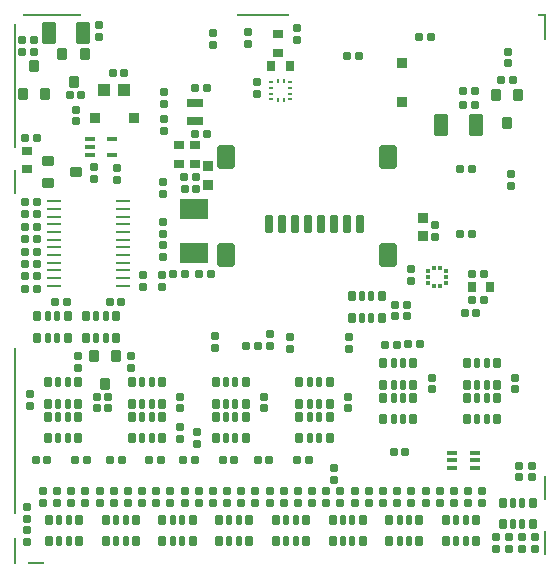
<source format=gbp>
G04*
G04 #@! TF.GenerationSoftware,Altium Limited,Altium Designer,23.8.1 (32)*
G04*
G04 Layer_Color=128*
%FSLAX25Y25*%
%MOIN*%
G70*
G04*
G04 #@! TF.SameCoordinates,C49055F2-7EE0-495F-8FE0-133C3397B51E*
G04*
G04*
G04 #@! TF.FilePolarity,Positive*
G04*
G01*
G75*
%ADD17R,0.00787X0.55217*%
%ADD18R,0.00787X0.41732*%
%ADD19R,0.00787X0.07874*%
%ADD20R,0.02657X0.00787*%
%ADD21R,0.17717X0.00787*%
%ADD22R,0.19685X0.00787*%
%ADD23R,0.00787X0.08661*%
%ADD24R,0.00787X0.07972*%
%ADD25R,0.00787X0.09055*%
%ADD26R,0.00787X0.08268*%
%ADD27R,0.05512X0.00787*%
G04:AMPARAMS|DCode=28|XSize=12.6mil|YSize=31.5mil|CornerRadius=1.26mil|HoleSize=0mil|Usage=FLASHONLY|Rotation=270.000|XOffset=0mil|YOffset=0mil|HoleType=Round|Shape=RoundedRectangle|*
%AMROUNDEDRECTD28*
21,1,0.01260,0.02898,0,0,270.0*
21,1,0.01008,0.03150,0,0,270.0*
1,1,0.00252,-0.01449,-0.00504*
1,1,0.00252,-0.01449,0.00504*
1,1,0.00252,0.01449,0.00504*
1,1,0.00252,0.01449,-0.00504*
%
%ADD28ROUNDEDRECTD28*%
G04:AMPARAMS|DCode=33|XSize=27.56mil|YSize=23.62mil|CornerRadius=2.36mil|HoleSize=0mil|Usage=FLASHONLY|Rotation=180.000|XOffset=0mil|YOffset=0mil|HoleType=Round|Shape=RoundedRectangle|*
%AMROUNDEDRECTD33*
21,1,0.02756,0.01890,0,0,180.0*
21,1,0.02284,0.02362,0,0,180.0*
1,1,0.00472,-0.01142,0.00945*
1,1,0.00472,0.01142,0.00945*
1,1,0.00472,0.01142,-0.00945*
1,1,0.00472,-0.01142,-0.00945*
%
%ADD33ROUNDEDRECTD33*%
G04:AMPARAMS|DCode=34|XSize=27.56mil|YSize=23.62mil|CornerRadius=2.36mil|HoleSize=0mil|Usage=FLASHONLY|Rotation=90.000|XOffset=0mil|YOffset=0mil|HoleType=Round|Shape=RoundedRectangle|*
%AMROUNDEDRECTD34*
21,1,0.02756,0.01890,0,0,90.0*
21,1,0.02284,0.02362,0,0,90.0*
1,1,0.00472,0.00945,0.01142*
1,1,0.00472,0.00945,-0.01142*
1,1,0.00472,-0.00945,-0.01142*
1,1,0.00472,-0.00945,0.01142*
%
%ADD34ROUNDEDRECTD34*%
G04:AMPARAMS|DCode=38|XSize=35.43mil|YSize=37.4mil|CornerRadius=3.54mil|HoleSize=0mil|Usage=FLASHONLY|Rotation=180.000|XOffset=0mil|YOffset=0mil|HoleType=Round|Shape=RoundedRectangle|*
%AMROUNDEDRECTD38*
21,1,0.03543,0.03032,0,0,180.0*
21,1,0.02835,0.03740,0,0,180.0*
1,1,0.00709,-0.01417,0.01516*
1,1,0.00709,0.01417,0.01516*
1,1,0.00709,0.01417,-0.01516*
1,1,0.00709,-0.01417,-0.01516*
%
%ADD38ROUNDEDRECTD38*%
G04:AMPARAMS|DCode=39|XSize=35.43mil|YSize=37.4mil|CornerRadius=3.54mil|HoleSize=0mil|Usage=FLASHONLY|Rotation=180.000|XOffset=0mil|YOffset=0mil|HoleType=Round|Shape=RoundedRectangle|*
%AMROUNDEDRECTD39*
21,1,0.03543,0.03032,0,0,180.0*
21,1,0.02835,0.03740,0,0,180.0*
1,1,0.00709,-0.01417,0.01516*
1,1,0.00709,0.01417,0.01516*
1,1,0.00709,0.01417,-0.01516*
1,1,0.00709,-0.01417,-0.01516*
%
%ADD39ROUNDEDRECTD39*%
G04:AMPARAMS|DCode=82|XSize=25.59mil|YSize=31.5mil|CornerRadius=2.56mil|HoleSize=0mil|Usage=FLASHONLY|Rotation=180.000|XOffset=0mil|YOffset=0mil|HoleType=Round|Shape=RoundedRectangle|*
%AMROUNDEDRECTD82*
21,1,0.02559,0.02638,0,0,180.0*
21,1,0.02047,0.03150,0,0,180.0*
1,1,0.00512,-0.01024,0.01319*
1,1,0.00512,0.01024,0.01319*
1,1,0.00512,0.01024,-0.01319*
1,1,0.00512,-0.01024,-0.01319*
%
%ADD82ROUNDEDRECTD82*%
G04:AMPARAMS|DCode=83|XSize=17.72mil|YSize=31.5mil|CornerRadius=1.77mil|HoleSize=0mil|Usage=FLASHONLY|Rotation=180.000|XOffset=0mil|YOffset=0mil|HoleType=Round|Shape=RoundedRectangle|*
%AMROUNDEDRECTD83*
21,1,0.01772,0.02795,0,0,180.0*
21,1,0.01417,0.03150,0,0,180.0*
1,1,0.00354,-0.00709,0.01398*
1,1,0.00354,0.00709,0.01398*
1,1,0.00354,0.00709,-0.01398*
1,1,0.00354,-0.00709,-0.01398*
%
%ADD83ROUNDEDRECTD83*%
%ADD84R,0.01378X0.00984*%
%ADD85R,0.00984X0.01378*%
%ADD86R,0.01378X0.01476*%
%ADD87R,0.01476X0.01378*%
G04:AMPARAMS|DCode=88|XSize=35.83mil|YSize=33.47mil|CornerRadius=3.35mil|HoleSize=0mil|Usage=FLASHONLY|Rotation=270.000|XOffset=0mil|YOffset=0mil|HoleType=Round|Shape=RoundedRectangle|*
%AMROUNDEDRECTD88*
21,1,0.03583,0.02677,0,0,270.0*
21,1,0.02913,0.03347,0,0,270.0*
1,1,0.00669,-0.01339,-0.01457*
1,1,0.00669,-0.01339,0.01457*
1,1,0.00669,0.01339,0.01457*
1,1,0.00669,0.01339,-0.01457*
%
%ADD88ROUNDEDRECTD88*%
%ADD89R,0.03937X0.04331*%
G04:AMPARAMS|DCode=90|XSize=70.87mil|YSize=45.28mil|CornerRadius=4.53mil|HoleSize=0mil|Usage=FLASHONLY|Rotation=270.000|XOffset=0mil|YOffset=0mil|HoleType=Round|Shape=RoundedRectangle|*
%AMROUNDEDRECTD90*
21,1,0.07087,0.03622,0,0,270.0*
21,1,0.06181,0.04528,0,0,270.0*
1,1,0.00906,-0.01811,-0.03091*
1,1,0.00906,-0.01811,0.03091*
1,1,0.00906,0.01811,0.03091*
1,1,0.00906,0.01811,-0.03091*
%
%ADD90ROUNDEDRECTD90*%
G04:AMPARAMS|DCode=91|XSize=59.06mil|YSize=25.59mil|CornerRadius=2.56mil|HoleSize=0mil|Usage=FLASHONLY|Rotation=90.000|XOffset=0mil|YOffset=0mil|HoleType=Round|Shape=RoundedRectangle|*
%AMROUNDEDRECTD91*
21,1,0.05906,0.02047,0,0,90.0*
21,1,0.05394,0.02559,0,0,90.0*
1,1,0.00512,0.01024,0.02697*
1,1,0.00512,0.01024,-0.02697*
1,1,0.00512,-0.01024,-0.02697*
1,1,0.00512,-0.01024,0.02697*
%
%ADD91ROUNDEDRECTD91*%
G04:AMPARAMS|DCode=92|XSize=78.74mil|YSize=57.09mil|CornerRadius=5.71mil|HoleSize=0mil|Usage=FLASHONLY|Rotation=90.000|XOffset=0mil|YOffset=0mil|HoleType=Round|Shape=RoundedRectangle|*
%AMROUNDEDRECTD92*
21,1,0.07874,0.04567,0,0,90.0*
21,1,0.06732,0.05709,0,0,90.0*
1,1,0.01142,0.02284,0.03366*
1,1,0.01142,0.02284,-0.03366*
1,1,0.01142,-0.02284,-0.03366*
1,1,0.01142,-0.02284,0.03366*
%
%ADD92ROUNDEDRECTD92*%
G04:AMPARAMS|DCode=93|XSize=35.83mil|YSize=33.47mil|CornerRadius=3.35mil|HoleSize=0mil|Usage=FLASHONLY|Rotation=0.000|XOffset=0mil|YOffset=0mil|HoleType=Round|Shape=RoundedRectangle|*
%AMROUNDEDRECTD93*
21,1,0.03583,0.02677,0,0,0.0*
21,1,0.02913,0.03347,0,0,0.0*
1,1,0.00669,0.01457,-0.01339*
1,1,0.00669,-0.01457,-0.01339*
1,1,0.00669,-0.01457,0.01339*
1,1,0.00669,0.01457,0.01339*
%
%ADD93ROUNDEDRECTD93*%
%ADD95R,0.09449X0.06693*%
G04:AMPARAMS|DCode=96|XSize=27.56mil|YSize=36.22mil|CornerRadius=2.76mil|HoleSize=0mil|Usage=FLASHONLY|Rotation=0.000|XOffset=0mil|YOffset=0mil|HoleType=Round|Shape=RoundedRectangle|*
%AMROUNDEDRECTD96*
21,1,0.02756,0.03071,0,0,0.0*
21,1,0.02205,0.03622,0,0,0.0*
1,1,0.00551,0.01102,-0.01535*
1,1,0.00551,-0.01102,-0.01535*
1,1,0.00551,-0.01102,0.01535*
1,1,0.00551,0.01102,0.01535*
%
%ADD96ROUNDEDRECTD96*%
G04:AMPARAMS|DCode=97|XSize=27.56mil|YSize=36.22mil|CornerRadius=2.76mil|HoleSize=0mil|Usage=FLASHONLY|Rotation=270.000|XOffset=0mil|YOffset=0mil|HoleType=Round|Shape=RoundedRectangle|*
%AMROUNDEDRECTD97*
21,1,0.02756,0.03071,0,0,270.0*
21,1,0.02205,0.03622,0,0,270.0*
1,1,0.00551,-0.01535,-0.01102*
1,1,0.00551,-0.01535,0.01102*
1,1,0.00551,0.01535,0.01102*
1,1,0.00551,0.01535,-0.01102*
%
%ADD97ROUNDEDRECTD97*%
G04:AMPARAMS|DCode=98|XSize=27.56mil|YSize=55.12mil|CornerRadius=2.76mil|HoleSize=0mil|Usage=FLASHONLY|Rotation=270.000|XOffset=0mil|YOffset=0mil|HoleType=Round|Shape=RoundedRectangle|*
%AMROUNDEDRECTD98*
21,1,0.02756,0.04961,0,0,270.0*
21,1,0.02205,0.05512,0,0,270.0*
1,1,0.00551,-0.02480,-0.01102*
1,1,0.00551,-0.02480,0.01102*
1,1,0.00551,0.02480,0.01102*
1,1,0.00551,0.02480,-0.01102*
%
%ADD98ROUNDEDRECTD98*%
G04:AMPARAMS|DCode=99|XSize=33.47mil|YSize=33.47mil|CornerRadius=3.35mil|HoleSize=0mil|Usage=FLASHONLY|Rotation=270.000|XOffset=0mil|YOffset=0mil|HoleType=Round|Shape=RoundedRectangle|*
%AMROUNDEDRECTD99*
21,1,0.03347,0.02677,0,0,270.0*
21,1,0.02677,0.03347,0,0,270.0*
1,1,0.00669,-0.01339,-0.01339*
1,1,0.00669,-0.01339,0.01339*
1,1,0.00669,0.01339,0.01339*
1,1,0.00669,0.01339,-0.01339*
%
%ADD99ROUNDEDRECTD99*%
G04:AMPARAMS|DCode=100|XSize=35.43mil|YSize=37.4mil|CornerRadius=3.54mil|HoleSize=0mil|Usage=FLASHONLY|Rotation=90.000|XOffset=0mil|YOffset=0mil|HoleType=Round|Shape=RoundedRectangle|*
%AMROUNDEDRECTD100*
21,1,0.03543,0.03032,0,0,90.0*
21,1,0.02835,0.03740,0,0,90.0*
1,1,0.00709,0.01516,0.01417*
1,1,0.00709,0.01516,-0.01417*
1,1,0.00709,-0.01516,-0.01417*
1,1,0.00709,-0.01516,0.01417*
%
%ADD100ROUNDEDRECTD100*%
G04:AMPARAMS|DCode=101|XSize=35.43mil|YSize=37.4mil|CornerRadius=3.54mil|HoleSize=0mil|Usage=FLASHONLY|Rotation=90.000|XOffset=0mil|YOffset=0mil|HoleType=Round|Shape=RoundedRectangle|*
%AMROUNDEDRECTD101*
21,1,0.03543,0.03032,0,0,90.0*
21,1,0.02835,0.03740,0,0,90.0*
1,1,0.00709,0.01516,0.01417*
1,1,0.00709,0.01516,-0.01417*
1,1,0.00709,-0.01516,-0.01417*
1,1,0.00709,-0.01516,0.01417*
%
%ADD101ROUNDEDRECTD101*%
%ADD102O,0.04961X0.00984*%
D17*
X394Y44537D02*
D03*
D18*
Y159547D02*
D03*
D19*
X177165Y7087D02*
D03*
D20*
X176230Y183169D02*
D03*
D21*
X83366D02*
D03*
D22*
X12992D02*
D03*
D23*
X177165Y179232D02*
D03*
D24*
Y25246D02*
D03*
D25*
X394Y4528D02*
D03*
D26*
X394Y127461D02*
D03*
D27*
X7480Y394D02*
D03*
D28*
X146260Y32087D02*
D03*
X146260Y34646D02*
D03*
X146260Y37205D02*
D03*
X153740Y32087D02*
D03*
Y34646D02*
D03*
Y37205D02*
D03*
X25394Y136516D02*
D03*
Y139075D02*
D03*
Y141634D02*
D03*
X32874D02*
D03*
Y136516D02*
D03*
D33*
X167323Y62205D02*
D03*
Y58268D02*
D03*
X172835Y32874D02*
D03*
Y28937D02*
D03*
X168701D02*
D03*
Y32874D02*
D03*
X81102Y156890D02*
D03*
Y160827D02*
D03*
X34449Y132087D02*
D03*
Y128150D02*
D03*
X132480Y94488D02*
D03*
Y98425D02*
D03*
X139567Y62204D02*
D03*
Y58267D02*
D03*
X146851Y24409D02*
D03*
Y20472D02*
D03*
X151575Y24409D02*
D03*
Y20472D02*
D03*
X142126Y24409D02*
D03*
Y20472D02*
D03*
X156299Y24409D02*
D03*
Y20472D02*
D03*
X31693Y51968D02*
D03*
Y55905D02*
D03*
X140551Y112992D02*
D03*
Y109055D02*
D03*
X28642Y179823D02*
D03*
Y175886D02*
D03*
X39173Y69291D02*
D03*
Y65354D02*
D03*
X21457Y69291D02*
D03*
Y65354D02*
D03*
X43110Y96457D02*
D03*
Y92520D02*
D03*
X5499Y56815D02*
D03*
Y52878D02*
D03*
X20866Y151575D02*
D03*
Y147638D02*
D03*
X2756Y170768D02*
D03*
Y174705D02*
D03*
X66535Y177165D02*
D03*
Y173228D02*
D03*
X67323Y72047D02*
D03*
Y75984D02*
D03*
X50197Y157480D02*
D03*
Y153543D02*
D03*
X85433Y72835D02*
D03*
Y76772D02*
D03*
X78346Y173425D02*
D03*
Y177362D02*
D03*
X127264Y86516D02*
D03*
Y82579D02*
D03*
X131200Y86516D02*
D03*
Y82579D02*
D03*
X164764Y170866D02*
D03*
Y166929D02*
D03*
X165945Y125984D02*
D03*
Y129921D02*
D03*
X6890Y170768D02*
D03*
Y174705D02*
D03*
X50197Y144488D02*
D03*
Y148425D02*
D03*
X111811Y71850D02*
D03*
Y75787D02*
D03*
X92126Y71850D02*
D03*
Y75787D02*
D03*
X94685Y178740D02*
D03*
Y174803D02*
D03*
X49804Y123425D02*
D03*
Y127362D02*
D03*
Y110039D02*
D03*
Y113976D02*
D03*
X49409Y92520D02*
D03*
Y96457D02*
D03*
X49804Y106496D02*
D03*
Y102559D02*
D03*
X47638Y24409D02*
D03*
Y20472D02*
D03*
X52362Y24409D02*
D03*
Y20472D02*
D03*
X57087Y24409D02*
D03*
Y20472D02*
D03*
X61811Y24409D02*
D03*
Y20472D02*
D03*
X161024Y5118D02*
D03*
Y9055D02*
D03*
X165355D02*
D03*
Y5118D02*
D03*
X169685D02*
D03*
Y9055D02*
D03*
X174016Y5118D02*
D03*
Y9055D02*
D03*
X83662Y51968D02*
D03*
Y55905D02*
D03*
X111614Y51968D02*
D03*
Y55905D02*
D03*
X27756Y51968D02*
D03*
Y55905D02*
D03*
X55709Y51968D02*
D03*
Y55905D02*
D03*
X24016Y24409D02*
D03*
Y20472D02*
D03*
X19292Y24409D02*
D03*
Y20472D02*
D03*
X14567Y24409D02*
D03*
Y20472D02*
D03*
X9843Y24409D02*
D03*
Y20472D02*
D03*
X42914Y24409D02*
D03*
Y20472D02*
D03*
X38189Y24409D02*
D03*
Y20472D02*
D03*
X33465Y24409D02*
D03*
Y20472D02*
D03*
X28740Y24409D02*
D03*
Y20472D02*
D03*
X80709Y24409D02*
D03*
Y20472D02*
D03*
X75985Y24409D02*
D03*
Y20472D02*
D03*
X71260Y24409D02*
D03*
Y20472D02*
D03*
X66536Y24409D02*
D03*
Y20472D02*
D03*
X99607D02*
D03*
Y24409D02*
D03*
X94882D02*
D03*
Y20472D02*
D03*
X90158Y24409D02*
D03*
Y20472D02*
D03*
X85433Y24409D02*
D03*
Y20472D02*
D03*
X118504Y24409D02*
D03*
Y20472D02*
D03*
X113780Y24409D02*
D03*
Y20472D02*
D03*
X109055Y24409D02*
D03*
Y20472D02*
D03*
X104331Y24409D02*
D03*
Y20472D02*
D03*
X132677Y24409D02*
D03*
Y20472D02*
D03*
X127953Y24409D02*
D03*
Y20472D02*
D03*
X123228Y24409D02*
D03*
Y20472D02*
D03*
X106890Y32087D02*
D03*
Y28150D02*
D03*
X4724Y15157D02*
D03*
Y19094D02*
D03*
X26772Y128347D02*
D03*
Y132283D02*
D03*
X61221Y44094D02*
D03*
Y40157D02*
D03*
X55709Y41732D02*
D03*
Y45669D02*
D03*
X4724Y7480D02*
D03*
Y11417D02*
D03*
X137402Y24409D02*
D03*
Y20472D02*
D03*
D34*
X154331Y83858D02*
D03*
X150394D02*
D03*
X13976Y87402D02*
D03*
X17913D02*
D03*
X152756Y131890D02*
D03*
X148819D02*
D03*
X152756Y110236D02*
D03*
X148819D02*
D03*
X126772Y37402D02*
D03*
X130709D02*
D03*
X36024Y87402D02*
D03*
X32087D02*
D03*
X166496Y161319D02*
D03*
X162559D02*
D03*
X56626Y34646D02*
D03*
X60563D02*
D03*
X98492Y34646D02*
D03*
X94555D02*
D03*
X81429Y34646D02*
D03*
X85366D02*
D03*
X73689D02*
D03*
X69752D02*
D03*
X18743Y156498D02*
D03*
X22680D02*
D03*
X131529Y73262D02*
D03*
X135466D02*
D03*
X150000Y153149D02*
D03*
X153937D02*
D03*
X111221Y169488D02*
D03*
X115157D02*
D03*
X127953Y73228D02*
D03*
X124016D02*
D03*
X53347Y96850D02*
D03*
X57284D02*
D03*
X61811Y96850D02*
D03*
X65748D02*
D03*
X57087Y125197D02*
D03*
X61024D02*
D03*
X33071Y163878D02*
D03*
X37008D02*
D03*
X152913Y88150D02*
D03*
X156850D02*
D03*
X152913Y96890D02*
D03*
X156850D02*
D03*
X135236Y175787D02*
D03*
X139173D02*
D03*
X153937Y157874D02*
D03*
X150000D02*
D03*
X60630Y158661D02*
D03*
X64567D02*
D03*
X60630Y143307D02*
D03*
X64567D02*
D03*
X77559Y72835D02*
D03*
X81496D02*
D03*
X60827Y129134D02*
D03*
X56890D02*
D03*
X20539Y34646D02*
D03*
X24476D02*
D03*
X11350Y34646D02*
D03*
X7413D02*
D03*
X45343Y34646D02*
D03*
X49280D02*
D03*
X36154Y34646D02*
D03*
X32217D02*
D03*
X7874Y142224D02*
D03*
X3937D02*
D03*
Y91831D02*
D03*
X7874D02*
D03*
X3937Y104232D02*
D03*
X7874D02*
D03*
X3937Y108366D02*
D03*
X7874D02*
D03*
X3937Y116634D02*
D03*
X7874D02*
D03*
X3937Y112500D02*
D03*
X7874D02*
D03*
X3937Y120768D02*
D03*
X7874D02*
D03*
X3937Y100099D02*
D03*
X7874D02*
D03*
X3937Y95965D02*
D03*
X7874D02*
D03*
D38*
X160787Y156398D02*
D03*
X164528Y147146D02*
D03*
X26772Y69488D02*
D03*
X30512Y60236D02*
D03*
X10630Y156673D02*
D03*
X6890Y165925D02*
D03*
X16339Y170098D02*
D03*
X20079Y160846D02*
D03*
D39*
X168268Y156398D02*
D03*
X34252Y69488D02*
D03*
X3150Y156673D02*
D03*
X23819Y170098D02*
D03*
D82*
X24189Y75516D02*
D03*
Y82602D02*
D03*
X34229D02*
D03*
Y75516D02*
D03*
X8048D02*
D03*
Y82602D02*
D03*
X18087D02*
D03*
Y75516D02*
D03*
X77461Y60630D02*
D03*
Y53543D02*
D03*
X67421D02*
D03*
X67421Y60630D02*
D03*
X67421Y42126D02*
D03*
Y49212D02*
D03*
X77461D02*
D03*
Y42126D02*
D03*
X95374Y42126D02*
D03*
Y49212D02*
D03*
X105413Y49212D02*
D03*
X105413Y42126D02*
D03*
X105413Y60630D02*
D03*
Y53543D02*
D03*
X95374D02*
D03*
X95374Y60630D02*
D03*
X161319Y66929D02*
D03*
Y59842D02*
D03*
X151280D02*
D03*
X151280Y66929D02*
D03*
X151280Y48425D02*
D03*
Y55511D02*
D03*
X161319Y55511D02*
D03*
X161319Y48425D02*
D03*
X133366Y48425D02*
D03*
Y55512D02*
D03*
X123327D02*
D03*
X123327Y48425D02*
D03*
X123327Y66929D02*
D03*
Y59842D02*
D03*
X133366D02*
D03*
X133366Y66929D02*
D03*
X163091Y13386D02*
D03*
X163091Y20472D02*
D03*
X173130D02*
D03*
Y13386D02*
D03*
X144193Y7677D02*
D03*
Y14764D02*
D03*
X154232D02*
D03*
Y7677D02*
D03*
X112795Y89272D02*
D03*
X112795Y82185D02*
D03*
X122834D02*
D03*
Y89272D02*
D03*
X49705Y7677D02*
D03*
Y14764D02*
D03*
X59744D02*
D03*
Y7677D02*
D03*
X21555Y42126D02*
D03*
X21555Y49213D02*
D03*
X11516Y49213D02*
D03*
X11516Y42126D02*
D03*
Y60630D02*
D03*
X11516Y53543D02*
D03*
X21555D02*
D03*
Y60630D02*
D03*
X49508Y42126D02*
D03*
Y49213D02*
D03*
X39469Y49213D02*
D03*
X39469Y42126D02*
D03*
X39469Y60630D02*
D03*
Y53543D02*
D03*
X49508D02*
D03*
Y60630D02*
D03*
X11910Y7677D02*
D03*
X11910Y14764D02*
D03*
X21949D02*
D03*
X21949Y7677D02*
D03*
X30807D02*
D03*
Y14764D02*
D03*
X40846D02*
D03*
X40846Y7677D02*
D03*
X68602D02*
D03*
X68602Y14764D02*
D03*
X78642D02*
D03*
Y7677D02*
D03*
X87500D02*
D03*
X87500Y14764D02*
D03*
X97540Y14764D02*
D03*
Y7677D02*
D03*
X106398D02*
D03*
X106398Y14764D02*
D03*
X116437D02*
D03*
Y7677D02*
D03*
X125295D02*
D03*
Y14764D02*
D03*
X135335Y14764D02*
D03*
X135335Y7677D02*
D03*
D83*
X30784Y82602D02*
D03*
X27634D02*
D03*
Y75516D02*
D03*
X30784D02*
D03*
X14642Y82602D02*
D03*
X11492D02*
D03*
Y75516D02*
D03*
X14642D02*
D03*
X70866Y53543D02*
D03*
X74016D02*
D03*
Y60630D02*
D03*
X70866D02*
D03*
X74016Y49212D02*
D03*
X70866D02*
D03*
Y42126D02*
D03*
X74016D02*
D03*
X101969Y49212D02*
D03*
X98819D02*
D03*
Y42126D02*
D03*
X101969D02*
D03*
X98819Y53543D02*
D03*
X101969D02*
D03*
X101969Y60630D02*
D03*
X98819Y60630D02*
D03*
X154725Y59842D02*
D03*
X157874D02*
D03*
X157874Y66929D02*
D03*
X154725Y66929D02*
D03*
X157874Y55511D02*
D03*
X154725D02*
D03*
Y48425D02*
D03*
X157874D02*
D03*
X129921Y48425D02*
D03*
X126772D02*
D03*
Y55512D02*
D03*
X129921D02*
D03*
X126772Y66929D02*
D03*
X129921D02*
D03*
Y59842D02*
D03*
X126772D02*
D03*
X169685Y20472D02*
D03*
X166536D02*
D03*
Y13386D02*
D03*
X169685D02*
D03*
X150787Y14764D02*
D03*
X147638D02*
D03*
Y7677D02*
D03*
X150787D02*
D03*
X116240Y89272D02*
D03*
X119389D02*
D03*
Y82185D02*
D03*
X116240D02*
D03*
X56299Y14764D02*
D03*
X53150D02*
D03*
Y7677D02*
D03*
X56299D02*
D03*
X18110Y42126D02*
D03*
X14961Y42126D02*
D03*
Y49213D02*
D03*
X18110D02*
D03*
X14961Y60630D02*
D03*
X18110Y60630D02*
D03*
X18110Y53543D02*
D03*
X14961D02*
D03*
X46063Y42126D02*
D03*
X42913D02*
D03*
Y49213D02*
D03*
X46063Y49213D02*
D03*
X42914Y60630D02*
D03*
X46063D02*
D03*
Y53543D02*
D03*
X42914D02*
D03*
X18504Y14764D02*
D03*
X15355D02*
D03*
Y7677D02*
D03*
X18504D02*
D03*
X37402Y14764D02*
D03*
X34252Y14764D02*
D03*
Y7677D02*
D03*
X37402D02*
D03*
X75197Y14764D02*
D03*
X72047D02*
D03*
Y7677D02*
D03*
X75197D02*
D03*
X94095Y14764D02*
D03*
X90945Y14764D02*
D03*
Y7677D02*
D03*
X94095D02*
D03*
X112992Y14764D02*
D03*
X109843D02*
D03*
Y7677D02*
D03*
X112992D02*
D03*
X131890Y14764D02*
D03*
X128740Y14764D02*
D03*
Y7677D02*
D03*
X131890D02*
D03*
D84*
X92323Y158858D02*
D03*
Y156890D02*
D03*
Y160827D02*
D03*
Y154921D02*
D03*
X86024Y160827D02*
D03*
Y158858D02*
D03*
Y156890D02*
D03*
Y154921D02*
D03*
D85*
X90158Y161024D02*
D03*
X88189D02*
D03*
Y154724D02*
D03*
X90158D02*
D03*
D86*
X140158Y98671D02*
D03*
X142126D02*
D03*
Y92667D02*
D03*
X140158D02*
D03*
D87*
X144144Y97638D02*
D03*
Y95669D02*
D03*
Y93701D02*
D03*
X138140D02*
D03*
Y95669D02*
D03*
Y97638D02*
D03*
D88*
X129528Y167126D02*
D03*
X129528Y154134D02*
D03*
D89*
X36811Y157972D02*
D03*
X30118D02*
D03*
D90*
X142717Y146457D02*
D03*
X154134D02*
D03*
X11811Y177067D02*
D03*
X23228D02*
D03*
D91*
X85315Y113398D02*
D03*
X89646D02*
D03*
X93977D02*
D03*
X98307D02*
D03*
X102638D02*
D03*
X106969D02*
D03*
X111300D02*
D03*
X115630D02*
D03*
D92*
X125000Y103162D02*
D03*
Y135839D02*
D03*
X70867D02*
D03*
Y103162D02*
D03*
D93*
X27362Y148819D02*
D03*
X40354D02*
D03*
D95*
X60237Y118307D02*
D03*
X60237Y103740D02*
D03*
D96*
X159055Y92520D02*
D03*
X152756D02*
D03*
X92126Y165945D02*
D03*
X85827D02*
D03*
D97*
X88189Y176771D02*
D03*
Y170472D02*
D03*
X60433Y139764D02*
D03*
X60433Y133465D02*
D03*
X55315Y139764D02*
D03*
Y133465D02*
D03*
X4725Y137894D02*
D03*
X4725Y131595D02*
D03*
D98*
X60630Y153740D02*
D03*
Y147835D02*
D03*
D99*
X136417Y109291D02*
D03*
Y115512D02*
D03*
X64961Y132638D02*
D03*
Y126417D02*
D03*
D100*
X11615Y126931D02*
D03*
X20867Y130671D02*
D03*
D101*
X11615Y134412D02*
D03*
D102*
X13622Y92815D02*
D03*
Y95374D02*
D03*
Y97933D02*
D03*
Y100492D02*
D03*
Y103051D02*
D03*
Y105610D02*
D03*
Y108169D02*
D03*
Y110728D02*
D03*
Y113287D02*
D03*
Y115847D02*
D03*
Y118405D02*
D03*
Y120965D02*
D03*
X36615Y92815D02*
D03*
Y95374D02*
D03*
Y97933D02*
D03*
Y100492D02*
D03*
Y103051D02*
D03*
Y105610D02*
D03*
Y108169D02*
D03*
Y110728D02*
D03*
Y113287D02*
D03*
Y115847D02*
D03*
Y118405D02*
D03*
Y120965D02*
D03*
M02*

</source>
